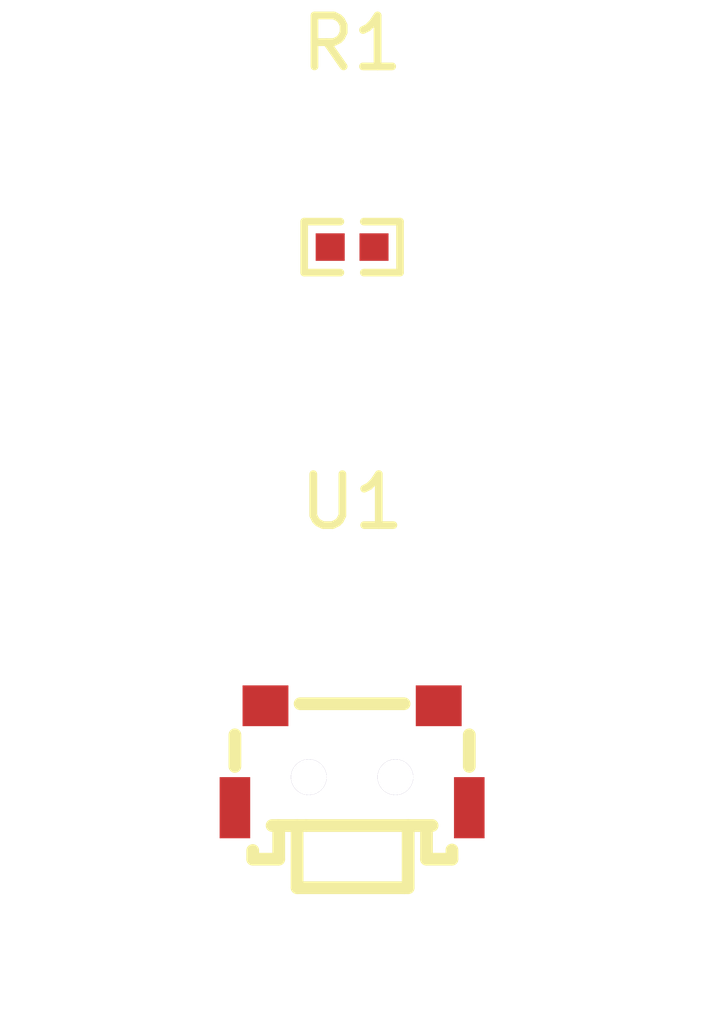
<source format=kicad_pcb>
(kicad_pcb (version 20241229) (generator "atopile") (generator_version "0.3.24")
  (layers (0 "F.Cu" signal) (31 "B.Cu" signal) (34 "B.Paste" user) (35 "F.Paste" user) (36 "B.SilkS" user "B.Silkscreen") (37 "F.SilkS" user "F.Silkscreen") (38 "B.Mask" user) (39 "F.Mask" user) (44 "Edge.Cuts" user))
  (net 0 "")
  (net 1 "hv")
  (net 2 "in")
  (footprint "lib:KEY-SMD_1TS003B" (layer "F.Cu") (at 0 0 0)
    (property "Reference" "U1" (at 0 -5 0) (layer "F.SilkS") (hide no))
    (property "Value" "")
    (fp_line (start -1.08 1.35) (end -1.08 2.57) (stroke (width 0.25)) (layer "F.SilkS"))
    (fp_line (start -1.08 2.57) (end 1.03 2.57) (stroke (width 0.25)) (layer "F.SilkS"))
    (fp_line (start 1.03 2.57) (end 1.1 2.57) (stroke (width 0.25)) (layer "F.SilkS"))
    (fp_line (start 1.1 2.57) (end 1.1 1.35) (stroke (width 0.25)) (layer "F.SilkS"))
    (fp_line (start 2.3 -0.43) (end 2.3 0.19) (stroke (width 0.25)) (layer "F.SilkS"))
    (fp_line (start -1.44 1.5) (end -1.44 2.01) (stroke (width 0.25)) (layer "F.SilkS"))
    (fp_line (start -1.44 2.01) (end -1.95 2.01) (stroke (width 0.25)) (layer "F.SilkS"))
    (fp_line (start -1.95 2.01) (end -1.95 1.84) (stroke (width 0.25)) (layer "F.SilkS"))
    (fp_line (start -1.45 1.35) (end -0.9 1.35) (stroke (width 0.25)) (layer "F.SilkS"))
    (fp_line (start -1.02 -1.04) (end 1.02 -1.04) (stroke (width 0.25)) (layer "F.SilkS"))
    (fp_line (start 1.96 1.83) (end 1.96 2.01) (stroke (width 0.25)) (layer "F.SilkS"))
    (fp_line (start 1.96 2.01) (end 1.46 2.01) (stroke (width 0.25)) (layer "F.SilkS"))
    (fp_line (start 1.46 2.01) (end 1.46 1.5) (stroke (width 0.25)) (layer "F.SilkS"))
    (fp_line (start -2.3 -0.43) (end -2.3 0.19) (stroke (width 0.25)) (layer "F.SilkS"))
    (fp_line (start -0.9 1.35) (end 1.57 1.35) (stroke (width 0.25)) (layer "F.SilkS"))
    (fp_line (start -1.45 1.35) (end -1.57 1.35) (stroke (width 0.25)) (layer "F.SilkS"))
    (fp_text user "${REFERENCE}" (at 0 -5 0) (layer "F.SilkS"))
    (pad "2" smd rect (at -1.7 -1 90) (size 0.8 0.9) (layers "F.Cu" "F.Paste" "F.Mask"))
    (pad "1" smd rect (at 1.7 -1 90) (size 0.8 0.9) (layers "F.Cu" "F.Paste" "F.Mask"))
    (pad "3" smd rect (at -2.3 1 180) (size 0.6 1.2) (layers "F.Cu" "F.Paste" "F.Mask"))
    (pad "4" smd rect (at 2.3 1 180) (size 0.6 1.2) (layers "F.Cu" "F.Paste" "F.Mask"))
    (pad "" thru_hole circle (at -0.85 0.4 0) (size 0.7 0.7) (drill 0.7) (layers "*.Cu" "*.Mask"))
    (pad "" thru_hole circle (at 0.85 0.4 0) (size 0.7 0.7) (drill 0.7) (layers "*.Cu" "*.Mask"))
  )
  (footprint "atopile:R0402-56259e" (layer "F.Cu") (at 0 -10 0)
    (property "Reference" "R1" (at 0 -4 0) (layer "F.SilkS") (hide no))
    (property "Value" "1kΩ ±1% 62.5mW")
    (fp_line (start -0.23 0.5) (end -0.94 0.5) (stroke (width 0.15)) (layer "F.SilkS"))
    (fp_line (start -0.94 0.5) (end -0.94 -0.5) (stroke (width 0.15)) (layer "F.SilkS"))
    (fp_line (start -0.94 -0.5) (end -0.23 -0.5) (stroke (width 0.15)) (layer "F.SilkS"))
    (fp_line (start 0.23 0.5) (end 0.94 0.5) (stroke (width 0.15)) (layer "F.SilkS"))
    (fp_line (start 0.94 0.5) (end 0.94 -0.5) (stroke (width 0.15)) (layer "F.SilkS"))
    (fp_line (start 0.94 -0.5) (end 0.23 -0.5) (stroke (width 0.15)) (layer "F.SilkS"))
    (fp_text user "${REFERENCE}" (at 0 -4 0) (layer "F.SilkS"))
    (pad "2" smd rect (at 0.43 0 0) (size 0.57 0.54) (layers "F.Cu" "F.Paste" "F.Mask") (net 2 "in"))
    (pad "1" smd rect (at -0.43 0 0) (size 0.57 0.54) (layers "F.Cu" "F.Paste" "F.Mask") (net 1 "hv"))
  )
)
</source>
